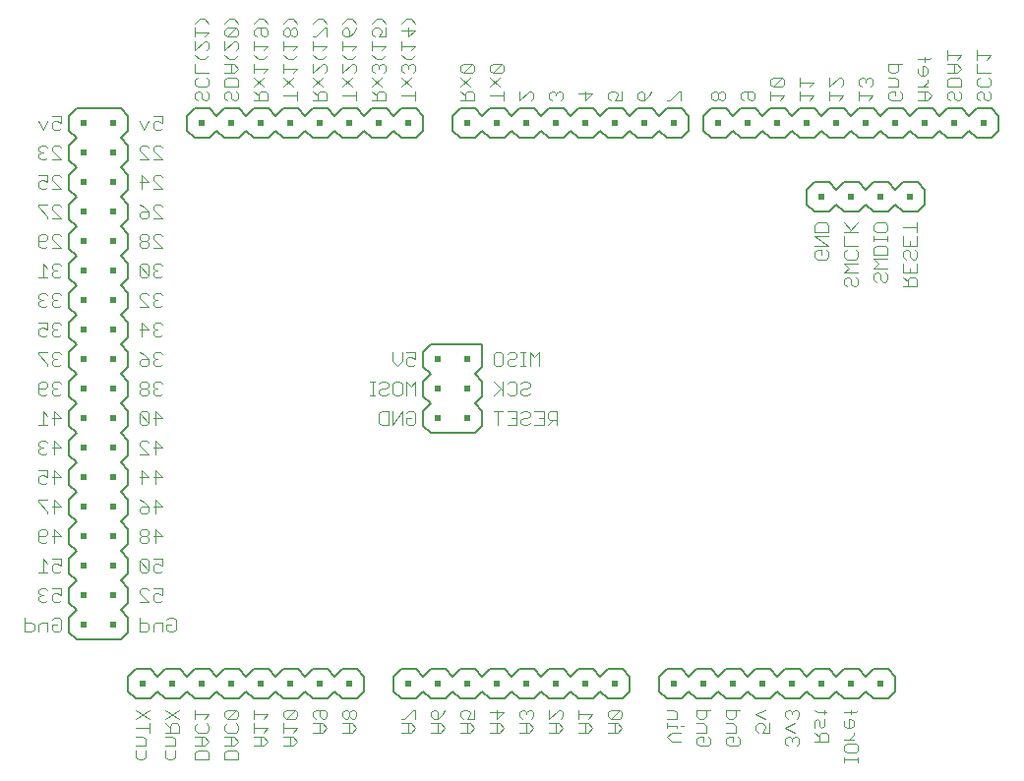
<source format=gbr>
G04 EAGLE Gerber RS-274X export*
G75*
%MOMM*%
%FSLAX34Y34*%
%LPD*%
%INSilkscreen Bottom*%
%IPPOS*%
%AMOC8*
5,1,8,0,0,1.08239X$1,22.5*%
G01*
%ADD10C,0.127000*%
%ADD11C,0.101600*%
%ADD12R,0.508000X0.508000*%
%ADD13C,0.076200*%


D10*
X1708150Y304800D02*
X1695450Y304800D01*
X1689100Y298450D01*
X1682750Y304800D01*
X1670050Y304800D01*
X1663700Y298450D01*
X1657350Y304800D01*
X1644650Y304800D01*
X1638300Y298450D01*
X1631950Y304800D01*
X1619250Y304800D01*
X1612900Y298450D01*
X1606550Y304800D01*
X1593850Y304800D01*
X1587500Y298450D01*
X1581150Y304800D01*
X1568450Y304800D01*
X1689100Y285750D02*
X1695450Y279400D01*
X1708150Y279400D01*
X1714500Y285750D01*
X1670050Y279400D02*
X1663700Y285750D01*
X1670050Y279400D02*
X1682750Y279400D01*
X1689100Y285750D01*
X1644650Y279400D02*
X1638300Y285750D01*
X1644650Y279400D02*
X1657350Y279400D01*
X1663700Y285750D01*
X1619250Y279400D02*
X1612900Y285750D01*
X1619250Y279400D02*
X1631950Y279400D01*
X1638300Y285750D01*
X1593850Y279400D02*
X1587500Y285750D01*
X1593850Y279400D02*
X1606550Y279400D01*
X1612900Y285750D01*
X1581150Y279400D02*
X1568450Y279400D01*
X1581150Y279400D02*
X1587500Y285750D01*
X1568450Y304800D02*
X1562100Y298450D01*
X1562100Y285750D01*
X1568450Y279400D01*
X1568450Y787400D02*
X1581150Y787400D01*
X1568450Y787400D02*
X1562100Y781050D01*
X1555750Y787400D01*
X1543050Y787400D01*
X1536700Y781050D01*
X1530350Y787400D01*
X1517650Y787400D01*
X1511300Y781050D01*
X1504950Y787400D01*
X1492250Y787400D01*
X1485900Y781050D01*
X1479550Y787400D01*
X1466850Y787400D01*
X1460500Y781050D01*
X1454150Y787400D01*
X1441450Y787400D01*
X1435100Y781050D01*
X1428750Y787400D01*
X1416050Y787400D01*
X1409700Y781050D01*
X1403350Y787400D01*
X1390650Y787400D01*
X1511300Y768350D02*
X1517650Y762000D01*
X1530350Y762000D01*
X1536700Y768350D01*
X1492250Y762000D02*
X1485900Y768350D01*
X1492250Y762000D02*
X1504950Y762000D01*
X1511300Y768350D01*
X1466850Y762000D02*
X1460500Y768350D01*
X1466850Y762000D02*
X1479550Y762000D01*
X1485900Y768350D01*
X1441450Y762000D02*
X1435100Y768350D01*
X1441450Y762000D02*
X1454150Y762000D01*
X1460500Y768350D01*
X1416050Y762000D02*
X1409700Y768350D01*
X1416050Y762000D02*
X1428750Y762000D01*
X1435100Y768350D01*
X1403350Y762000D02*
X1390650Y762000D01*
X1403350Y762000D02*
X1409700Y768350D01*
X1390650Y787400D02*
X1384300Y781050D01*
X1384300Y768350D01*
X1390650Y762000D01*
X1587500Y768350D02*
X1587500Y781050D01*
X1581150Y787400D01*
X1562100Y768350D02*
X1568450Y762000D01*
X1581150Y762000D01*
X1587500Y768350D01*
X1543050Y762000D02*
X1536700Y768350D01*
X1543050Y762000D02*
X1555750Y762000D01*
X1562100Y768350D01*
X1352550Y787400D02*
X1339850Y787400D01*
X1333500Y781050D01*
X1327150Y787400D01*
X1314450Y787400D01*
X1308100Y781050D01*
X1301750Y787400D01*
X1289050Y787400D01*
X1282700Y781050D01*
X1276350Y787400D01*
X1263650Y787400D01*
X1257300Y781050D01*
X1250950Y787400D01*
X1238250Y787400D01*
X1231900Y781050D01*
X1225550Y787400D01*
X1212850Y787400D01*
X1206500Y781050D01*
X1200150Y787400D01*
X1187450Y787400D01*
X1181100Y781050D01*
X1174750Y787400D01*
X1162050Y787400D01*
X1282700Y768350D02*
X1289050Y762000D01*
X1301750Y762000D01*
X1308100Y768350D01*
X1263650Y762000D02*
X1257300Y768350D01*
X1263650Y762000D02*
X1276350Y762000D01*
X1282700Y768350D01*
X1238250Y762000D02*
X1231900Y768350D01*
X1238250Y762000D02*
X1250950Y762000D01*
X1257300Y768350D01*
X1212850Y762000D02*
X1206500Y768350D01*
X1212850Y762000D02*
X1225550Y762000D01*
X1231900Y768350D01*
X1187450Y762000D02*
X1181100Y768350D01*
X1187450Y762000D02*
X1200150Y762000D01*
X1206500Y768350D01*
X1174750Y762000D02*
X1162050Y762000D01*
X1174750Y762000D02*
X1181100Y768350D01*
X1162050Y787400D02*
X1155700Y781050D01*
X1155700Y768350D01*
X1162050Y762000D01*
X1358900Y768350D02*
X1358900Y781050D01*
X1352550Y787400D01*
X1333500Y768350D02*
X1339850Y762000D01*
X1352550Y762000D01*
X1358900Y768350D01*
X1314450Y762000D02*
X1308100Y768350D01*
X1314450Y762000D02*
X1327150Y762000D01*
X1333500Y768350D01*
X1778000Y781050D02*
X1784350Y787400D01*
X1778000Y781050D02*
X1771650Y787400D01*
X1758950Y787400D01*
X1752600Y781050D01*
X1746250Y787400D01*
X1733550Y787400D01*
X1727200Y781050D01*
X1720850Y787400D01*
X1708150Y787400D01*
X1701800Y781050D01*
X1695450Y787400D01*
X1682750Y787400D01*
X1676400Y781050D01*
X1670050Y787400D01*
X1657350Y787400D01*
X1651000Y781050D01*
X1644650Y787400D01*
X1631950Y787400D01*
X1625600Y781050D01*
X1619250Y787400D01*
X1606550Y787400D01*
X1727200Y768350D02*
X1733550Y762000D01*
X1746250Y762000D01*
X1752600Y768350D01*
X1708150Y762000D02*
X1701800Y768350D01*
X1708150Y762000D02*
X1720850Y762000D01*
X1727200Y768350D01*
X1682750Y762000D02*
X1676400Y768350D01*
X1682750Y762000D02*
X1695450Y762000D01*
X1701800Y768350D01*
X1657350Y762000D02*
X1651000Y768350D01*
X1657350Y762000D02*
X1670050Y762000D01*
X1676400Y768350D01*
X1631950Y762000D02*
X1625600Y768350D01*
X1631950Y762000D02*
X1644650Y762000D01*
X1651000Y768350D01*
X1619250Y762000D02*
X1606550Y762000D01*
X1619250Y762000D02*
X1625600Y768350D01*
X1606550Y787400D02*
X1600200Y781050D01*
X1600200Y768350D01*
X1606550Y762000D01*
X1778000Y768350D02*
X1784350Y762000D01*
X1797050Y762000D01*
X1803400Y768350D01*
X1758950Y762000D02*
X1752600Y768350D01*
X1758950Y762000D02*
X1771650Y762000D01*
X1778000Y768350D01*
X1054100Y349250D02*
X1054100Y336550D01*
X1104900Y336550D02*
X1104900Y349250D01*
X1060450Y330200D02*
X1054100Y336550D01*
X1060450Y330200D02*
X1098550Y330200D01*
X1104900Y336550D01*
X1060450Y355600D02*
X1054100Y349250D01*
X1060450Y355600D02*
X1054100Y361950D01*
X1054100Y374650D01*
X1060450Y381000D01*
X1054100Y387350D01*
X1054100Y400050D01*
X1060450Y406400D01*
X1054100Y412750D01*
X1054100Y425450D01*
X1098550Y355600D02*
X1104900Y349250D01*
X1104900Y438150D02*
X1104900Y450850D01*
X1098550Y457200D01*
X1104900Y438150D02*
X1098550Y431800D01*
X1104900Y425450D01*
X1104900Y412750D01*
X1098550Y406400D01*
X1104900Y400050D01*
X1104900Y387350D01*
X1098550Y381000D01*
X1104900Y374650D01*
X1104900Y361950D01*
X1098550Y355600D01*
X1054100Y425450D02*
X1060450Y431800D01*
X1054100Y438150D01*
X1054100Y450850D01*
X1060450Y457200D01*
X1054100Y463550D02*
X1054100Y476250D01*
X1104900Y476250D02*
X1104900Y463550D01*
X1060450Y457200D02*
X1054100Y463550D01*
X1098550Y457200D02*
X1104900Y463550D01*
X1060450Y482600D02*
X1054100Y476250D01*
X1060450Y482600D02*
X1054100Y488950D01*
X1054100Y501650D01*
X1060450Y508000D01*
X1054100Y514350D01*
X1054100Y527050D01*
X1060450Y533400D01*
X1054100Y539750D01*
X1054100Y552450D01*
X1098550Y482600D02*
X1104900Y476250D01*
X1104900Y552450D02*
X1098550Y558800D01*
X1104900Y552450D02*
X1104900Y539750D01*
X1098550Y533400D01*
X1104900Y527050D01*
X1104900Y514350D01*
X1098550Y508000D01*
X1104900Y501650D01*
X1104900Y488950D01*
X1098550Y482600D01*
X1054100Y552450D02*
X1060450Y558800D01*
X1054100Y565150D01*
X1054100Y577850D01*
X1060450Y584200D01*
X1054100Y590550D01*
X1054100Y603250D01*
X1060450Y609600D01*
X1054100Y615950D01*
X1054100Y628650D01*
X1104900Y641350D02*
X1104900Y654050D01*
X1098550Y660400D01*
X1104900Y641350D02*
X1098550Y635000D01*
X1104900Y628650D01*
X1104900Y615950D01*
X1098550Y609600D01*
X1104900Y603250D01*
X1104900Y590550D01*
X1098550Y584200D01*
X1104900Y577850D01*
X1104900Y565150D01*
X1098550Y558800D01*
X1054100Y628650D02*
X1060450Y635000D01*
X1054100Y641350D01*
X1054100Y654050D01*
X1060450Y660400D01*
X1054100Y666750D02*
X1054100Y679450D01*
X1104900Y679450D02*
X1104900Y666750D01*
X1060450Y660400D02*
X1054100Y666750D01*
X1098550Y660400D02*
X1104900Y666750D01*
X1060450Y685800D02*
X1054100Y679450D01*
X1060450Y685800D02*
X1054100Y692150D01*
X1054100Y704850D01*
X1060450Y711200D01*
X1054100Y717550D01*
X1054100Y730250D01*
X1060450Y736600D01*
X1054100Y742950D01*
X1054100Y755650D01*
X1098550Y685800D02*
X1104900Y679450D01*
X1104900Y755650D02*
X1098550Y762000D01*
X1104900Y755650D02*
X1104900Y742950D01*
X1098550Y736600D01*
X1104900Y730250D01*
X1104900Y717550D01*
X1098550Y711200D01*
X1104900Y704850D01*
X1104900Y692150D01*
X1098550Y685800D01*
X1054100Y755650D02*
X1060450Y762000D01*
X1104900Y768350D02*
X1104900Y781050D01*
X1054100Y781050D02*
X1054100Y768350D01*
X1098550Y787400D02*
X1104900Y781050D01*
X1098550Y787400D02*
X1060450Y787400D01*
X1054100Y781050D01*
X1098550Y762000D02*
X1104900Y768350D01*
X1060450Y762000D02*
X1054100Y768350D01*
X1289050Y304800D02*
X1301750Y304800D01*
X1289050Y304800D02*
X1282700Y298450D01*
X1276350Y304800D01*
X1263650Y304800D01*
X1257300Y298450D01*
X1250950Y304800D01*
X1238250Y304800D01*
X1231900Y298450D01*
X1225550Y304800D01*
X1212850Y304800D01*
X1206500Y298450D01*
X1200150Y304800D01*
X1187450Y304800D01*
X1181100Y298450D01*
X1174750Y304800D01*
X1162050Y304800D01*
X1155700Y298450D01*
X1149350Y304800D01*
X1136650Y304800D01*
X1130300Y298450D01*
X1123950Y304800D01*
X1111250Y304800D01*
X1231900Y285750D02*
X1238250Y279400D01*
X1250950Y279400D01*
X1257300Y285750D01*
X1212850Y279400D02*
X1206500Y285750D01*
X1212850Y279400D02*
X1225550Y279400D01*
X1231900Y285750D01*
X1187450Y279400D02*
X1181100Y285750D01*
X1187450Y279400D02*
X1200150Y279400D01*
X1206500Y285750D01*
X1162050Y279400D02*
X1155700Y285750D01*
X1162050Y279400D02*
X1174750Y279400D01*
X1181100Y285750D01*
X1136650Y279400D02*
X1130300Y285750D01*
X1136650Y279400D02*
X1149350Y279400D01*
X1155700Y285750D01*
X1123950Y279400D02*
X1111250Y279400D01*
X1123950Y279400D02*
X1130300Y285750D01*
X1111250Y304800D02*
X1104900Y298450D01*
X1104900Y285750D01*
X1111250Y279400D01*
X1308100Y285750D02*
X1308100Y298450D01*
X1301750Y304800D01*
X1282700Y285750D02*
X1289050Y279400D01*
X1301750Y279400D01*
X1308100Y285750D01*
X1263650Y279400D02*
X1257300Y285750D01*
X1263650Y279400D02*
X1276350Y279400D01*
X1282700Y285750D01*
X1517650Y304800D02*
X1530350Y304800D01*
X1517650Y304800D02*
X1511300Y298450D01*
X1504950Y304800D01*
X1492250Y304800D01*
X1485900Y298450D01*
X1479550Y304800D01*
X1466850Y304800D01*
X1460500Y298450D01*
X1454150Y304800D01*
X1441450Y304800D01*
X1435100Y298450D01*
X1428750Y304800D01*
X1416050Y304800D01*
X1409700Y298450D01*
X1403350Y304800D01*
X1390650Y304800D01*
X1384300Y298450D01*
X1377950Y304800D01*
X1365250Y304800D01*
X1358900Y298450D01*
X1352550Y304800D01*
X1339850Y304800D01*
X1460500Y285750D02*
X1466850Y279400D01*
X1479550Y279400D01*
X1485900Y285750D01*
X1441450Y279400D02*
X1435100Y285750D01*
X1441450Y279400D02*
X1454150Y279400D01*
X1460500Y285750D01*
X1416050Y279400D02*
X1409700Y285750D01*
X1416050Y279400D02*
X1428750Y279400D01*
X1435100Y285750D01*
X1390650Y279400D02*
X1384300Y285750D01*
X1390650Y279400D02*
X1403350Y279400D01*
X1409700Y285750D01*
X1365250Y279400D02*
X1358900Y285750D01*
X1365250Y279400D02*
X1377950Y279400D01*
X1384300Y285750D01*
X1352550Y279400D02*
X1339850Y279400D01*
X1352550Y279400D02*
X1358900Y285750D01*
X1339850Y304800D02*
X1333500Y298450D01*
X1333500Y285750D01*
X1339850Y279400D01*
X1536700Y285750D02*
X1536700Y298450D01*
X1530350Y304800D01*
X1511300Y285750D02*
X1517650Y279400D01*
X1530350Y279400D01*
X1536700Y285750D01*
X1492250Y279400D02*
X1485900Y285750D01*
X1492250Y279400D02*
X1504950Y279400D01*
X1511300Y285750D01*
D11*
X1695958Y242374D02*
X1707652Y242374D01*
X1707652Y248221D01*
X1705703Y250170D01*
X1701805Y250170D01*
X1699856Y248221D01*
X1699856Y242374D01*
X1699856Y246272D02*
X1695958Y250170D01*
X1695958Y254068D02*
X1695958Y259915D01*
X1697907Y261864D01*
X1699856Y259915D01*
X1699856Y256017D01*
X1701805Y254068D01*
X1703754Y256017D01*
X1703754Y261864D01*
X1705703Y267711D02*
X1697907Y267711D01*
X1695958Y269660D01*
X1703754Y269660D02*
X1703754Y265762D01*
X1682252Y240425D02*
X1680303Y238476D01*
X1682252Y240425D02*
X1682252Y244323D01*
X1680303Y246272D01*
X1678354Y246272D01*
X1676405Y244323D01*
X1676405Y242374D01*
X1676405Y244323D02*
X1674456Y246272D01*
X1672507Y246272D01*
X1670558Y244323D01*
X1670558Y240425D01*
X1672507Y238476D01*
X1678354Y250170D02*
X1670558Y254068D01*
X1678354Y257966D01*
X1680303Y261864D02*
X1682252Y263813D01*
X1682252Y267711D01*
X1680303Y269660D01*
X1678354Y269660D01*
X1676405Y267711D01*
X1676405Y265762D01*
X1676405Y267711D02*
X1674456Y269660D01*
X1672507Y269660D01*
X1670558Y267711D01*
X1670558Y263813D01*
X1672507Y261864D01*
X1656852Y257966D02*
X1656852Y250170D01*
X1651005Y250170D01*
X1652954Y254068D01*
X1652954Y256017D01*
X1651005Y257966D01*
X1647107Y257966D01*
X1645158Y256017D01*
X1645158Y252119D01*
X1647107Y250170D01*
X1652954Y261864D02*
X1645158Y265762D01*
X1652954Y269660D01*
X1629503Y246272D02*
X1631452Y244323D01*
X1631452Y240425D01*
X1629503Y238476D01*
X1621707Y238476D01*
X1619758Y240425D01*
X1619758Y244323D01*
X1621707Y246272D01*
X1625605Y246272D01*
X1625605Y242374D01*
X1627554Y250170D02*
X1619758Y250170D01*
X1627554Y250170D02*
X1627554Y256017D01*
X1625605Y257966D01*
X1619758Y257966D01*
X1619758Y269660D02*
X1631452Y269660D01*
X1619758Y269660D02*
X1619758Y263813D01*
X1621707Y261864D01*
X1625605Y261864D01*
X1627554Y263813D01*
X1627554Y269660D01*
X1604103Y246272D02*
X1606052Y244323D01*
X1606052Y240425D01*
X1604103Y238476D01*
X1596307Y238476D01*
X1594358Y240425D01*
X1594358Y244323D01*
X1596307Y246272D01*
X1600205Y246272D01*
X1600205Y242374D01*
X1602154Y250170D02*
X1594358Y250170D01*
X1602154Y250170D02*
X1602154Y256017D01*
X1600205Y257966D01*
X1594358Y257966D01*
X1594358Y269660D02*
X1606052Y269660D01*
X1594358Y269660D02*
X1594358Y263813D01*
X1596307Y261864D01*
X1600205Y261864D01*
X1602154Y263813D01*
X1602154Y269660D01*
X1580652Y242374D02*
X1572856Y242374D01*
X1568958Y246272D01*
X1572856Y250170D01*
X1580652Y250170D01*
X1576754Y254068D02*
X1576754Y256017D01*
X1568958Y256017D01*
X1568958Y254068D02*
X1568958Y257966D01*
X1580652Y256017D02*
X1582601Y256017D01*
X1576754Y261864D02*
X1568958Y261864D01*
X1576754Y261864D02*
X1576754Y267711D01*
X1574805Y269660D01*
X1568958Y269660D01*
X1525954Y250170D02*
X1518158Y250170D01*
X1525954Y250170D02*
X1529852Y254068D01*
X1525954Y257966D01*
X1518158Y257966D01*
X1524005Y257966D02*
X1524005Y250170D01*
X1520107Y261864D02*
X1527903Y261864D01*
X1529852Y263813D01*
X1529852Y267711D01*
X1527903Y269660D01*
X1520107Y269660D01*
X1518158Y267711D01*
X1518158Y263813D01*
X1520107Y261864D01*
X1527903Y269660D01*
X1500554Y250170D02*
X1492758Y250170D01*
X1500554Y250170D02*
X1504452Y254068D01*
X1500554Y257966D01*
X1492758Y257966D01*
X1498605Y257966D02*
X1498605Y250170D01*
X1500554Y261864D02*
X1504452Y265762D01*
X1492758Y265762D01*
X1492758Y261864D02*
X1492758Y269660D01*
X1475154Y250170D02*
X1467358Y250170D01*
X1475154Y250170D02*
X1479052Y254068D01*
X1475154Y257966D01*
X1467358Y257966D01*
X1473205Y257966D02*
X1473205Y250170D01*
X1467358Y261864D02*
X1467358Y269660D01*
X1467358Y261864D02*
X1475154Y269660D01*
X1477103Y269660D01*
X1479052Y267711D01*
X1479052Y263813D01*
X1477103Y261864D01*
X1449754Y250170D02*
X1441958Y250170D01*
X1449754Y250170D02*
X1453652Y254068D01*
X1449754Y257966D01*
X1441958Y257966D01*
X1447805Y257966D02*
X1447805Y250170D01*
X1451703Y261864D02*
X1453652Y263813D01*
X1453652Y267711D01*
X1451703Y269660D01*
X1449754Y269660D01*
X1447805Y267711D01*
X1447805Y265762D01*
X1447805Y267711D02*
X1445856Y269660D01*
X1443907Y269660D01*
X1441958Y267711D01*
X1441958Y263813D01*
X1443907Y261864D01*
X1424354Y250170D02*
X1416558Y250170D01*
X1424354Y250170D02*
X1428252Y254068D01*
X1424354Y257966D01*
X1416558Y257966D01*
X1422405Y257966D02*
X1422405Y250170D01*
X1416558Y267711D02*
X1428252Y267711D01*
X1422405Y261864D01*
X1422405Y269660D01*
X1398954Y250170D02*
X1391158Y250170D01*
X1398954Y250170D02*
X1402852Y254068D01*
X1398954Y257966D01*
X1391158Y257966D01*
X1397005Y257966D02*
X1397005Y250170D01*
X1402852Y261864D02*
X1402852Y269660D01*
X1402852Y261864D02*
X1397005Y261864D01*
X1398954Y265762D01*
X1398954Y267711D01*
X1397005Y269660D01*
X1393107Y269660D01*
X1391158Y267711D01*
X1391158Y263813D01*
X1393107Y261864D01*
X1373554Y250170D02*
X1365758Y250170D01*
X1373554Y250170D02*
X1377452Y254068D01*
X1373554Y257966D01*
X1365758Y257966D01*
X1371605Y257966D02*
X1371605Y250170D01*
X1375503Y265762D02*
X1377452Y269660D01*
X1375503Y265762D02*
X1371605Y261864D01*
X1367707Y261864D01*
X1365758Y263813D01*
X1365758Y267711D01*
X1367707Y269660D01*
X1369656Y269660D01*
X1371605Y267711D01*
X1371605Y261864D01*
X1348154Y250170D02*
X1340358Y250170D01*
X1348154Y250170D02*
X1352052Y254068D01*
X1348154Y257966D01*
X1340358Y257966D01*
X1346205Y257966D02*
X1346205Y250170D01*
X1352052Y261864D02*
X1352052Y269660D01*
X1350103Y269660D01*
X1342307Y261864D01*
X1340358Y261864D01*
X1297354Y250170D02*
X1289558Y250170D01*
X1297354Y250170D02*
X1301252Y254068D01*
X1297354Y257966D01*
X1289558Y257966D01*
X1295405Y257966D02*
X1295405Y250170D01*
X1299303Y261864D02*
X1301252Y263813D01*
X1301252Y267711D01*
X1299303Y269660D01*
X1297354Y269660D01*
X1295405Y267711D01*
X1293456Y269660D01*
X1291507Y269660D01*
X1289558Y267711D01*
X1289558Y263813D01*
X1291507Y261864D01*
X1293456Y261864D01*
X1295405Y263813D01*
X1297354Y261864D01*
X1299303Y261864D01*
X1295405Y263813D02*
X1295405Y267711D01*
X1271954Y250170D02*
X1264158Y250170D01*
X1271954Y250170D02*
X1275852Y254068D01*
X1271954Y257966D01*
X1264158Y257966D01*
X1270005Y257966D02*
X1270005Y250170D01*
X1266107Y261864D02*
X1264158Y263813D01*
X1264158Y267711D01*
X1266107Y269660D01*
X1273903Y269660D01*
X1275852Y267711D01*
X1275852Y263813D01*
X1273903Y261864D01*
X1271954Y261864D01*
X1270005Y263813D01*
X1270005Y269660D01*
X1246554Y238476D02*
X1238758Y238476D01*
X1246554Y238476D02*
X1250452Y242374D01*
X1246554Y246272D01*
X1238758Y246272D01*
X1244605Y246272D02*
X1244605Y238476D01*
X1246554Y250170D02*
X1250452Y254068D01*
X1238758Y254068D01*
X1238758Y250170D02*
X1238758Y257966D01*
X1240707Y261864D02*
X1248503Y261864D01*
X1250452Y263813D01*
X1250452Y267711D01*
X1248503Y269660D01*
X1240707Y269660D01*
X1238758Y267711D01*
X1238758Y263813D01*
X1240707Y261864D01*
X1248503Y269660D01*
X1221154Y238476D02*
X1213358Y238476D01*
X1221154Y238476D02*
X1225052Y242374D01*
X1221154Y246272D01*
X1213358Y246272D01*
X1219205Y246272D02*
X1219205Y238476D01*
X1221154Y250170D02*
X1225052Y254068D01*
X1213358Y254068D01*
X1213358Y250170D02*
X1213358Y257966D01*
X1221154Y261864D02*
X1225052Y265762D01*
X1213358Y265762D01*
X1213358Y261864D02*
X1213358Y269660D01*
X1199652Y226782D02*
X1187958Y226782D01*
X1187958Y232629D01*
X1189907Y234578D01*
X1197703Y234578D01*
X1199652Y232629D01*
X1199652Y226782D01*
X1195754Y238476D02*
X1187958Y238476D01*
X1195754Y238476D02*
X1199652Y242374D01*
X1195754Y246272D01*
X1187958Y246272D01*
X1193805Y246272D02*
X1193805Y238476D01*
X1199652Y256017D02*
X1197703Y257966D01*
X1199652Y256017D02*
X1199652Y252119D01*
X1197703Y250170D01*
X1189907Y250170D01*
X1187958Y252119D01*
X1187958Y256017D01*
X1189907Y257966D01*
X1189907Y261864D02*
X1197703Y261864D01*
X1199652Y263813D01*
X1199652Y267711D01*
X1197703Y269660D01*
X1189907Y269660D01*
X1187958Y267711D01*
X1187958Y263813D01*
X1189907Y261864D01*
X1197703Y269660D01*
X1174252Y226782D02*
X1162558Y226782D01*
X1162558Y232629D01*
X1164507Y234578D01*
X1172303Y234578D01*
X1174252Y232629D01*
X1174252Y226782D01*
X1170354Y238476D02*
X1162558Y238476D01*
X1170354Y238476D02*
X1174252Y242374D01*
X1170354Y246272D01*
X1162558Y246272D01*
X1168405Y246272D02*
X1168405Y238476D01*
X1174252Y256017D02*
X1172303Y257966D01*
X1174252Y256017D02*
X1174252Y252119D01*
X1172303Y250170D01*
X1164507Y250170D01*
X1162558Y252119D01*
X1162558Y256017D01*
X1164507Y257966D01*
X1170354Y261864D02*
X1174252Y265762D01*
X1162558Y265762D01*
X1162558Y261864D02*
X1162558Y269660D01*
X1144954Y234578D02*
X1144954Y228731D01*
X1143005Y226782D01*
X1139107Y226782D01*
X1137158Y228731D01*
X1137158Y234578D01*
X1137158Y238476D02*
X1144954Y238476D01*
X1144954Y244323D01*
X1143005Y246272D01*
X1137158Y246272D01*
X1137158Y250170D02*
X1148852Y250170D01*
X1148852Y256017D01*
X1146903Y257966D01*
X1143005Y257966D01*
X1141056Y256017D01*
X1141056Y250170D01*
X1141056Y254068D02*
X1137158Y257966D01*
X1137158Y269660D02*
X1148852Y261864D01*
X1148852Y269660D02*
X1137158Y261864D01*
X1119554Y234578D02*
X1119554Y228731D01*
X1117605Y226782D01*
X1113707Y226782D01*
X1111758Y228731D01*
X1111758Y234578D01*
X1111758Y238476D02*
X1119554Y238476D01*
X1119554Y244323D01*
X1117605Y246272D01*
X1111758Y246272D01*
X1111758Y254068D02*
X1123452Y254068D01*
X1123452Y250170D02*
X1123452Y257966D01*
X1123452Y261864D02*
X1111758Y269660D01*
X1111758Y261864D02*
X1123452Y269660D01*
X1784858Y794258D02*
X1792654Y794258D01*
X1796552Y798156D01*
X1792654Y802054D01*
X1784858Y802054D01*
X1790705Y802054D02*
X1790705Y794258D01*
X1792654Y805952D02*
X1784858Y805952D01*
X1788756Y805952D02*
X1792654Y809850D01*
X1792654Y811799D01*
X1784858Y817646D02*
X1784858Y821544D01*
X1784858Y817646D02*
X1786807Y815697D01*
X1790705Y815697D01*
X1792654Y817646D01*
X1792654Y821544D01*
X1790705Y823493D01*
X1788756Y823493D01*
X1788756Y815697D01*
X1784858Y829340D02*
X1794603Y829340D01*
X1796552Y831289D01*
X1790705Y831289D02*
X1790705Y827391D01*
X1769203Y802054D02*
X1771152Y800105D01*
X1771152Y796207D01*
X1769203Y794258D01*
X1761407Y794258D01*
X1759458Y796207D01*
X1759458Y800105D01*
X1761407Y802054D01*
X1765305Y802054D01*
X1765305Y798156D01*
X1767254Y805952D02*
X1759458Y805952D01*
X1767254Y805952D02*
X1767254Y811799D01*
X1765305Y813748D01*
X1759458Y813748D01*
X1759458Y825442D02*
X1771152Y825442D01*
X1759458Y825442D02*
X1759458Y819595D01*
X1761407Y817646D01*
X1765305Y817646D01*
X1767254Y819595D01*
X1767254Y825442D01*
X1745752Y798156D02*
X1741854Y794258D01*
X1745752Y798156D02*
X1734058Y798156D01*
X1734058Y794258D02*
X1734058Y802054D01*
X1743803Y805952D02*
X1745752Y807901D01*
X1745752Y811799D01*
X1743803Y813748D01*
X1741854Y813748D01*
X1739905Y811799D01*
X1739905Y809850D01*
X1739905Y811799D02*
X1737956Y813748D01*
X1736007Y813748D01*
X1734058Y811799D01*
X1734058Y807901D01*
X1736007Y805952D01*
X1720352Y798156D02*
X1716454Y794258D01*
X1720352Y798156D02*
X1708658Y798156D01*
X1708658Y794258D02*
X1708658Y802054D01*
X1708658Y805952D02*
X1708658Y813748D01*
X1708658Y805952D02*
X1716454Y813748D01*
X1718403Y813748D01*
X1720352Y811799D01*
X1720352Y807901D01*
X1718403Y805952D01*
X1694952Y798156D02*
X1691054Y794258D01*
X1694952Y798156D02*
X1683258Y798156D01*
X1683258Y794258D02*
X1683258Y802054D01*
X1691054Y805952D02*
X1694952Y809850D01*
X1683258Y809850D01*
X1683258Y805952D02*
X1683258Y813748D01*
X1669552Y798156D02*
X1665654Y794258D01*
X1669552Y798156D02*
X1657858Y798156D01*
X1657858Y794258D02*
X1657858Y802054D01*
X1659807Y805952D02*
X1667603Y805952D01*
X1669552Y807901D01*
X1669552Y811799D01*
X1667603Y813748D01*
X1659807Y813748D01*
X1657858Y811799D01*
X1657858Y807901D01*
X1659807Y805952D01*
X1667603Y813748D01*
X1634407Y794258D02*
X1632458Y796207D01*
X1632458Y800105D01*
X1634407Y802054D01*
X1642203Y802054D01*
X1644152Y800105D01*
X1644152Y796207D01*
X1642203Y794258D01*
X1640254Y794258D01*
X1638305Y796207D01*
X1638305Y802054D01*
X1618752Y796207D02*
X1616803Y794258D01*
X1618752Y796207D02*
X1618752Y800105D01*
X1616803Y802054D01*
X1614854Y802054D01*
X1612905Y800105D01*
X1610956Y802054D01*
X1609007Y802054D01*
X1607058Y800105D01*
X1607058Y796207D01*
X1609007Y794258D01*
X1610956Y794258D01*
X1612905Y796207D01*
X1614854Y794258D01*
X1616803Y794258D01*
X1612905Y796207D02*
X1612905Y800105D01*
X1580652Y802054D02*
X1580652Y794258D01*
X1580652Y802054D02*
X1578703Y802054D01*
X1570907Y794258D01*
X1568958Y794258D01*
X1555252Y802054D02*
X1553303Y798156D01*
X1549405Y794258D01*
X1545507Y794258D01*
X1543558Y796207D01*
X1543558Y800105D01*
X1545507Y802054D01*
X1547456Y802054D01*
X1549405Y800105D01*
X1549405Y794258D01*
X1529852Y794258D02*
X1529852Y802054D01*
X1529852Y794258D02*
X1524005Y794258D01*
X1525954Y798156D01*
X1525954Y800105D01*
X1524005Y802054D01*
X1520107Y802054D01*
X1518158Y800105D01*
X1518158Y796207D01*
X1520107Y794258D01*
X1504452Y800105D02*
X1492758Y800105D01*
X1498605Y794258D02*
X1504452Y800105D01*
X1498605Y802054D02*
X1498605Y794258D01*
X1479052Y796207D02*
X1477103Y794258D01*
X1479052Y796207D02*
X1479052Y800105D01*
X1477103Y802054D01*
X1475154Y802054D01*
X1473205Y800105D01*
X1473205Y798156D01*
X1473205Y800105D02*
X1471256Y802054D01*
X1469307Y802054D01*
X1467358Y800105D01*
X1467358Y796207D01*
X1469307Y794258D01*
X1441958Y794258D02*
X1441958Y802054D01*
X1441958Y794258D02*
X1449754Y802054D01*
X1451703Y802054D01*
X1453652Y800105D01*
X1453652Y796207D01*
X1451703Y794258D01*
X1428252Y798156D02*
X1416558Y798156D01*
X1428252Y794258D02*
X1428252Y802054D01*
X1424354Y805952D02*
X1416558Y813748D01*
X1416558Y805952D02*
X1424354Y813748D01*
X1426303Y817646D02*
X1418507Y817646D01*
X1426303Y817646D02*
X1428252Y819595D01*
X1428252Y823493D01*
X1426303Y825442D01*
X1418507Y825442D01*
X1416558Y823493D01*
X1416558Y819595D01*
X1418507Y817646D01*
X1426303Y825442D01*
X1402852Y794258D02*
X1391158Y794258D01*
X1402852Y794258D02*
X1402852Y800105D01*
X1400903Y802054D01*
X1397005Y802054D01*
X1395056Y800105D01*
X1395056Y794258D01*
X1395056Y798156D02*
X1391158Y802054D01*
X1398954Y805952D02*
X1391158Y813748D01*
X1391158Y805952D02*
X1398954Y813748D01*
X1400903Y817646D02*
X1393107Y817646D01*
X1400903Y817646D02*
X1402852Y819595D01*
X1402852Y823493D01*
X1400903Y825442D01*
X1393107Y825442D01*
X1391158Y823493D01*
X1391158Y819595D01*
X1393107Y817646D01*
X1400903Y825442D01*
X1352052Y798156D02*
X1340358Y798156D01*
X1352052Y794258D02*
X1352052Y802054D01*
X1348154Y805952D02*
X1340358Y813748D01*
X1340358Y805952D02*
X1348154Y813748D01*
X1350103Y817646D02*
X1352052Y819595D01*
X1352052Y823493D01*
X1350103Y825442D01*
X1348154Y825442D01*
X1346205Y823493D01*
X1346205Y821544D01*
X1346205Y823493D02*
X1344256Y825442D01*
X1342307Y825442D01*
X1340358Y823493D01*
X1340358Y819595D01*
X1342307Y817646D01*
X1344256Y829340D02*
X1340358Y833238D01*
X1344256Y829340D02*
X1348154Y829340D01*
X1352052Y833238D01*
X1348154Y837136D02*
X1352052Y841034D01*
X1340358Y841034D01*
X1340358Y837136D02*
X1340358Y844932D01*
X1340358Y854677D02*
X1352052Y854677D01*
X1346205Y848830D01*
X1346205Y856626D01*
X1340358Y860524D02*
X1344256Y864422D01*
X1348154Y864422D01*
X1352052Y860524D01*
X1326652Y794258D02*
X1314958Y794258D01*
X1326652Y794258D02*
X1326652Y800105D01*
X1324703Y802054D01*
X1320805Y802054D01*
X1318856Y800105D01*
X1318856Y794258D01*
X1318856Y798156D02*
X1314958Y802054D01*
X1322754Y805952D02*
X1314958Y813748D01*
X1314958Y805952D02*
X1322754Y813748D01*
X1324703Y817646D02*
X1326652Y819595D01*
X1326652Y823493D01*
X1324703Y825442D01*
X1322754Y825442D01*
X1320805Y823493D01*
X1320805Y821544D01*
X1320805Y823493D02*
X1318856Y825442D01*
X1316907Y825442D01*
X1314958Y823493D01*
X1314958Y819595D01*
X1316907Y817646D01*
X1318856Y829340D02*
X1314958Y833238D01*
X1318856Y829340D02*
X1322754Y829340D01*
X1326652Y833238D01*
X1322754Y837136D02*
X1326652Y841034D01*
X1314958Y841034D01*
X1314958Y837136D02*
X1314958Y844932D01*
X1326652Y848830D02*
X1326652Y856626D01*
X1326652Y848830D02*
X1320805Y848830D01*
X1322754Y852728D01*
X1322754Y854677D01*
X1320805Y856626D01*
X1316907Y856626D01*
X1314958Y854677D01*
X1314958Y850779D01*
X1316907Y848830D01*
X1314958Y860524D02*
X1318856Y864422D01*
X1322754Y864422D01*
X1326652Y860524D01*
X1301252Y798156D02*
X1289558Y798156D01*
X1301252Y794258D02*
X1301252Y802054D01*
X1297354Y805952D02*
X1289558Y813748D01*
X1289558Y805952D02*
X1297354Y813748D01*
X1289558Y817646D02*
X1289558Y825442D01*
X1289558Y817646D02*
X1297354Y825442D01*
X1299303Y825442D01*
X1301252Y823493D01*
X1301252Y819595D01*
X1299303Y817646D01*
X1293456Y829340D02*
X1289558Y833238D01*
X1293456Y829340D02*
X1297354Y829340D01*
X1301252Y833238D01*
X1297354Y837136D02*
X1301252Y841034D01*
X1289558Y841034D01*
X1289558Y837136D02*
X1289558Y844932D01*
X1299303Y852728D02*
X1301252Y856626D01*
X1299303Y852728D02*
X1295405Y848830D01*
X1291507Y848830D01*
X1289558Y850779D01*
X1289558Y854677D01*
X1291507Y856626D01*
X1293456Y856626D01*
X1295405Y854677D01*
X1295405Y848830D01*
X1289558Y860524D02*
X1293456Y864422D01*
X1297354Y864422D01*
X1301252Y860524D01*
X1275852Y794258D02*
X1264158Y794258D01*
X1275852Y794258D02*
X1275852Y800105D01*
X1273903Y802054D01*
X1270005Y802054D01*
X1268056Y800105D01*
X1268056Y794258D01*
X1268056Y798156D02*
X1264158Y802054D01*
X1271954Y805952D02*
X1264158Y813748D01*
X1264158Y805952D02*
X1271954Y813748D01*
X1264158Y817646D02*
X1264158Y825442D01*
X1264158Y817646D02*
X1271954Y825442D01*
X1273903Y825442D01*
X1275852Y823493D01*
X1275852Y819595D01*
X1273903Y817646D01*
X1268056Y829340D02*
X1264158Y833238D01*
X1268056Y829340D02*
X1271954Y829340D01*
X1275852Y833238D01*
X1271954Y837136D02*
X1275852Y841034D01*
X1264158Y841034D01*
X1264158Y837136D02*
X1264158Y844932D01*
X1275852Y848830D02*
X1275852Y856626D01*
X1273903Y856626D01*
X1266107Y848830D01*
X1264158Y848830D01*
X1264158Y860524D02*
X1268056Y864422D01*
X1271954Y864422D01*
X1275852Y860524D01*
X1250452Y798156D02*
X1238758Y798156D01*
X1250452Y794258D02*
X1250452Y802054D01*
X1246554Y805952D02*
X1238758Y813748D01*
X1238758Y805952D02*
X1246554Y813748D01*
X1246554Y817646D02*
X1250452Y821544D01*
X1238758Y821544D01*
X1238758Y817646D02*
X1238758Y825442D01*
X1242656Y829340D02*
X1238758Y833238D01*
X1242656Y829340D02*
X1246554Y829340D01*
X1250452Y833238D01*
X1246554Y837136D02*
X1250452Y841034D01*
X1238758Y841034D01*
X1238758Y837136D02*
X1238758Y844932D01*
X1248503Y848830D02*
X1250452Y850779D01*
X1250452Y854677D01*
X1248503Y856626D01*
X1246554Y856626D01*
X1244605Y854677D01*
X1242656Y856626D01*
X1240707Y856626D01*
X1238758Y854677D01*
X1238758Y850779D01*
X1240707Y848830D01*
X1242656Y848830D01*
X1244605Y850779D01*
X1246554Y848830D01*
X1248503Y848830D01*
X1244605Y850779D02*
X1244605Y854677D01*
X1238758Y860524D02*
X1242656Y864422D01*
X1246554Y864422D01*
X1250452Y860524D01*
X1225052Y794258D02*
X1213358Y794258D01*
X1225052Y794258D02*
X1225052Y800105D01*
X1223103Y802054D01*
X1219205Y802054D01*
X1217256Y800105D01*
X1217256Y794258D01*
X1217256Y798156D02*
X1213358Y802054D01*
X1221154Y805952D02*
X1213358Y813748D01*
X1213358Y805952D02*
X1221154Y813748D01*
X1221154Y817646D02*
X1225052Y821544D01*
X1213358Y821544D01*
X1213358Y817646D02*
X1213358Y825442D01*
X1217256Y829340D02*
X1213358Y833238D01*
X1217256Y829340D02*
X1221154Y829340D01*
X1225052Y833238D01*
X1221154Y837136D02*
X1225052Y841034D01*
X1213358Y841034D01*
X1213358Y837136D02*
X1213358Y844932D01*
X1215307Y848830D02*
X1213358Y850779D01*
X1213358Y854677D01*
X1215307Y856626D01*
X1223103Y856626D01*
X1225052Y854677D01*
X1225052Y850779D01*
X1223103Y848830D01*
X1221154Y848830D01*
X1219205Y850779D01*
X1219205Y856626D01*
X1213358Y860524D02*
X1217256Y864422D01*
X1221154Y864422D01*
X1225052Y860524D01*
X1172303Y802054D02*
X1174252Y800105D01*
X1174252Y796207D01*
X1172303Y794258D01*
X1170354Y794258D01*
X1168405Y796207D01*
X1168405Y800105D01*
X1166456Y802054D01*
X1164507Y802054D01*
X1162558Y800105D01*
X1162558Y796207D01*
X1164507Y794258D01*
X1174252Y811799D02*
X1172303Y813748D01*
X1174252Y811799D02*
X1174252Y807901D01*
X1172303Y805952D01*
X1164507Y805952D01*
X1162558Y807901D01*
X1162558Y811799D01*
X1164507Y813748D01*
X1162558Y817646D02*
X1174252Y817646D01*
X1162558Y817646D02*
X1162558Y825442D01*
X1166456Y829340D02*
X1162558Y833238D01*
X1166456Y829340D02*
X1170354Y829340D01*
X1174252Y833238D01*
X1162558Y837136D02*
X1162558Y844932D01*
X1162558Y837136D02*
X1170354Y844932D01*
X1172303Y844932D01*
X1174252Y842983D01*
X1174252Y839085D01*
X1172303Y837136D01*
X1170354Y848830D02*
X1174252Y852728D01*
X1162558Y852728D01*
X1162558Y848830D02*
X1162558Y856626D01*
X1162558Y860524D02*
X1166456Y864422D01*
X1170354Y864422D01*
X1174252Y860524D01*
X1197703Y802054D02*
X1199652Y800105D01*
X1199652Y796207D01*
X1197703Y794258D01*
X1195754Y794258D01*
X1193805Y796207D01*
X1193805Y800105D01*
X1191856Y802054D01*
X1189907Y802054D01*
X1187958Y800105D01*
X1187958Y796207D01*
X1189907Y794258D01*
X1187958Y805952D02*
X1199652Y805952D01*
X1187958Y805952D02*
X1187958Y811799D01*
X1189907Y813748D01*
X1197703Y813748D01*
X1199652Y811799D01*
X1199652Y805952D01*
X1195754Y817646D02*
X1187958Y817646D01*
X1195754Y817646D02*
X1199652Y821544D01*
X1195754Y825442D01*
X1187958Y825442D01*
X1193805Y825442D02*
X1193805Y817646D01*
X1191856Y829340D02*
X1187958Y833238D01*
X1191856Y829340D02*
X1195754Y829340D01*
X1199652Y833238D01*
X1187958Y837136D02*
X1187958Y844932D01*
X1187958Y837136D02*
X1195754Y844932D01*
X1197703Y844932D01*
X1199652Y842983D01*
X1199652Y839085D01*
X1197703Y837136D01*
X1197703Y848830D02*
X1189907Y848830D01*
X1197703Y848830D02*
X1199652Y850779D01*
X1199652Y854677D01*
X1197703Y856626D01*
X1189907Y856626D01*
X1187958Y854677D01*
X1187958Y850779D01*
X1189907Y848830D01*
X1197703Y856626D01*
X1191856Y864422D02*
X1187958Y860524D01*
X1191856Y864422D02*
X1195754Y864422D01*
X1199652Y860524D01*
X1134130Y780552D02*
X1126334Y780552D01*
X1134130Y780552D02*
X1134130Y774705D01*
X1130232Y776654D01*
X1128283Y776654D01*
X1126334Y774705D01*
X1126334Y770807D01*
X1128283Y768858D01*
X1132181Y768858D01*
X1134130Y770807D01*
X1122436Y776654D02*
X1118538Y768858D01*
X1114640Y776654D01*
X1126334Y743458D02*
X1134130Y743458D01*
X1126334Y751254D01*
X1126334Y753203D01*
X1128283Y755152D01*
X1132181Y755152D01*
X1134130Y753203D01*
X1122436Y743458D02*
X1114640Y743458D01*
X1122436Y743458D02*
X1114640Y751254D01*
X1114640Y753203D01*
X1116589Y755152D01*
X1120487Y755152D01*
X1122436Y753203D01*
X1126334Y718058D02*
X1134130Y718058D01*
X1126334Y725854D01*
X1126334Y727803D01*
X1128283Y729752D01*
X1132181Y729752D01*
X1134130Y727803D01*
X1116589Y729752D02*
X1116589Y718058D01*
X1122436Y723905D02*
X1116589Y729752D01*
X1114640Y723905D02*
X1122436Y723905D01*
X1126334Y692658D02*
X1134130Y692658D01*
X1126334Y700454D01*
X1126334Y702403D01*
X1128283Y704352D01*
X1132181Y704352D01*
X1134130Y702403D01*
X1118538Y702403D02*
X1114640Y704352D01*
X1118538Y702403D02*
X1122436Y698505D01*
X1122436Y694607D01*
X1120487Y692658D01*
X1116589Y692658D01*
X1114640Y694607D01*
X1114640Y696556D01*
X1116589Y698505D01*
X1122436Y698505D01*
X1126334Y667258D02*
X1134130Y667258D01*
X1126334Y675054D01*
X1126334Y677003D01*
X1128283Y678952D01*
X1132181Y678952D01*
X1134130Y677003D01*
X1122436Y677003D02*
X1120487Y678952D01*
X1116589Y678952D01*
X1114640Y677003D01*
X1114640Y675054D01*
X1116589Y673105D01*
X1114640Y671156D01*
X1114640Y669207D01*
X1116589Y667258D01*
X1120487Y667258D01*
X1122436Y669207D01*
X1122436Y671156D01*
X1120487Y673105D01*
X1122436Y675054D01*
X1122436Y677003D01*
X1120487Y673105D02*
X1116589Y673105D01*
X1132181Y653552D02*
X1134130Y651603D01*
X1132181Y653552D02*
X1128283Y653552D01*
X1126334Y651603D01*
X1126334Y649654D01*
X1128283Y647705D01*
X1130232Y647705D01*
X1128283Y647705D02*
X1126334Y645756D01*
X1126334Y643807D01*
X1128283Y641858D01*
X1132181Y641858D01*
X1134130Y643807D01*
X1122436Y643807D02*
X1122436Y651603D01*
X1120487Y653552D01*
X1116589Y653552D01*
X1114640Y651603D01*
X1114640Y643807D01*
X1116589Y641858D01*
X1120487Y641858D01*
X1122436Y643807D01*
X1114640Y651603D01*
X1132181Y628152D02*
X1134130Y626203D01*
X1132181Y628152D02*
X1128283Y628152D01*
X1126334Y626203D01*
X1126334Y624254D01*
X1128283Y622305D01*
X1130232Y622305D01*
X1128283Y622305D02*
X1126334Y620356D01*
X1126334Y618407D01*
X1128283Y616458D01*
X1132181Y616458D01*
X1134130Y618407D01*
X1122436Y616458D02*
X1114640Y616458D01*
X1122436Y616458D02*
X1114640Y624254D01*
X1114640Y626203D01*
X1116589Y628152D01*
X1120487Y628152D01*
X1122436Y626203D01*
X1132181Y602752D02*
X1134130Y600803D01*
X1132181Y602752D02*
X1128283Y602752D01*
X1126334Y600803D01*
X1126334Y598854D01*
X1128283Y596905D01*
X1130232Y596905D01*
X1128283Y596905D02*
X1126334Y594956D01*
X1126334Y593007D01*
X1128283Y591058D01*
X1132181Y591058D01*
X1134130Y593007D01*
X1116589Y591058D02*
X1116589Y602752D01*
X1122436Y596905D01*
X1114640Y596905D01*
X1132181Y577352D02*
X1134130Y575403D01*
X1132181Y577352D02*
X1128283Y577352D01*
X1126334Y575403D01*
X1126334Y573454D01*
X1128283Y571505D01*
X1130232Y571505D01*
X1128283Y571505D02*
X1126334Y569556D01*
X1126334Y567607D01*
X1128283Y565658D01*
X1132181Y565658D01*
X1134130Y567607D01*
X1118538Y575403D02*
X1114640Y577352D01*
X1118538Y575403D02*
X1122436Y571505D01*
X1122436Y567607D01*
X1120487Y565658D01*
X1116589Y565658D01*
X1114640Y567607D01*
X1114640Y569556D01*
X1116589Y571505D01*
X1122436Y571505D01*
X1132181Y551952D02*
X1134130Y550003D01*
X1132181Y551952D02*
X1128283Y551952D01*
X1126334Y550003D01*
X1126334Y548054D01*
X1128283Y546105D01*
X1130232Y546105D01*
X1128283Y546105D02*
X1126334Y544156D01*
X1126334Y542207D01*
X1128283Y540258D01*
X1132181Y540258D01*
X1134130Y542207D01*
X1122436Y550003D02*
X1120487Y551952D01*
X1116589Y551952D01*
X1114640Y550003D01*
X1114640Y548054D01*
X1116589Y546105D01*
X1114640Y544156D01*
X1114640Y542207D01*
X1116589Y540258D01*
X1120487Y540258D01*
X1122436Y542207D01*
X1122436Y544156D01*
X1120487Y546105D01*
X1122436Y548054D01*
X1122436Y550003D01*
X1120487Y546105D02*
X1116589Y546105D01*
X1128283Y526552D02*
X1128283Y514858D01*
X1134130Y520705D02*
X1128283Y526552D01*
X1126334Y520705D02*
X1134130Y520705D01*
X1122436Y516807D02*
X1122436Y524603D01*
X1120487Y526552D01*
X1116589Y526552D01*
X1114640Y524603D01*
X1114640Y516807D01*
X1116589Y514858D01*
X1120487Y514858D01*
X1122436Y516807D01*
X1114640Y524603D01*
X1128283Y501152D02*
X1128283Y489458D01*
X1134130Y495305D02*
X1128283Y501152D01*
X1126334Y495305D02*
X1134130Y495305D01*
X1122436Y489458D02*
X1114640Y489458D01*
X1122436Y489458D02*
X1114640Y497254D01*
X1114640Y499203D01*
X1116589Y501152D01*
X1120487Y501152D01*
X1122436Y499203D01*
X1128283Y475752D02*
X1128283Y464058D01*
X1134130Y469905D02*
X1128283Y475752D01*
X1126334Y469905D02*
X1134130Y469905D01*
X1116589Y464058D02*
X1116589Y475752D01*
X1122436Y469905D01*
X1114640Y469905D01*
X1128283Y450352D02*
X1128283Y438658D01*
X1134130Y444505D02*
X1128283Y450352D01*
X1126334Y444505D02*
X1134130Y444505D01*
X1118538Y448403D02*
X1114640Y450352D01*
X1118538Y448403D02*
X1122436Y444505D01*
X1122436Y440607D01*
X1120487Y438658D01*
X1116589Y438658D01*
X1114640Y440607D01*
X1114640Y442556D01*
X1116589Y444505D01*
X1122436Y444505D01*
X1128283Y424952D02*
X1128283Y413258D01*
X1134130Y419105D02*
X1128283Y424952D01*
X1126334Y419105D02*
X1134130Y419105D01*
X1122436Y423003D02*
X1120487Y424952D01*
X1116589Y424952D01*
X1114640Y423003D01*
X1114640Y421054D01*
X1116589Y419105D01*
X1114640Y417156D01*
X1114640Y415207D01*
X1116589Y413258D01*
X1120487Y413258D01*
X1122436Y415207D01*
X1122436Y417156D01*
X1120487Y419105D01*
X1122436Y421054D01*
X1122436Y423003D01*
X1120487Y419105D02*
X1116589Y419105D01*
X1126334Y399552D02*
X1134130Y399552D01*
X1134130Y393705D01*
X1130232Y395654D01*
X1128283Y395654D01*
X1126334Y393705D01*
X1126334Y389807D01*
X1128283Y387858D01*
X1132181Y387858D01*
X1134130Y389807D01*
X1122436Y389807D02*
X1122436Y397603D01*
X1120487Y399552D01*
X1116589Y399552D01*
X1114640Y397603D01*
X1114640Y389807D01*
X1116589Y387858D01*
X1120487Y387858D01*
X1122436Y389807D01*
X1114640Y397603D01*
X1126334Y374152D02*
X1134130Y374152D01*
X1134130Y368305D01*
X1130232Y370254D01*
X1128283Y370254D01*
X1126334Y368305D01*
X1126334Y364407D01*
X1128283Y362458D01*
X1132181Y362458D01*
X1134130Y364407D01*
X1122436Y362458D02*
X1114640Y362458D01*
X1122436Y362458D02*
X1114640Y370254D01*
X1114640Y372203D01*
X1116589Y374152D01*
X1120487Y374152D01*
X1122436Y372203D01*
X1139977Y348752D02*
X1138028Y346803D01*
X1139977Y348752D02*
X1143875Y348752D01*
X1145824Y346803D01*
X1145824Y339007D01*
X1143875Y337058D01*
X1139977Y337058D01*
X1138028Y339007D01*
X1138028Y342905D01*
X1141926Y342905D01*
X1134130Y344854D02*
X1134130Y337058D01*
X1134130Y344854D02*
X1128283Y344854D01*
X1126334Y342905D01*
X1126334Y337058D01*
X1114640Y337058D02*
X1114640Y348752D01*
X1114640Y337058D02*
X1120487Y337058D01*
X1122436Y339007D01*
X1122436Y342905D01*
X1120487Y344854D01*
X1114640Y344854D01*
X1047242Y780552D02*
X1039446Y780552D01*
X1047242Y780552D02*
X1047242Y774705D01*
X1043344Y776654D01*
X1041395Y776654D01*
X1039446Y774705D01*
X1039446Y770807D01*
X1041395Y768858D01*
X1045293Y768858D01*
X1047242Y770807D01*
X1035548Y776654D02*
X1031650Y768858D01*
X1027752Y776654D01*
X1039446Y743458D02*
X1047242Y743458D01*
X1039446Y751254D01*
X1039446Y753203D01*
X1041395Y755152D01*
X1045293Y755152D01*
X1047242Y753203D01*
X1035548Y753203D02*
X1033599Y755152D01*
X1029701Y755152D01*
X1027752Y753203D01*
X1027752Y751254D01*
X1029701Y749305D01*
X1031650Y749305D01*
X1029701Y749305D02*
X1027752Y747356D01*
X1027752Y745407D01*
X1029701Y743458D01*
X1033599Y743458D01*
X1035548Y745407D01*
X1039446Y718058D02*
X1047242Y718058D01*
X1039446Y725854D01*
X1039446Y727803D01*
X1041395Y729752D01*
X1045293Y729752D01*
X1047242Y727803D01*
X1035548Y729752D02*
X1027752Y729752D01*
X1035548Y729752D02*
X1035548Y723905D01*
X1031650Y725854D01*
X1029701Y725854D01*
X1027752Y723905D01*
X1027752Y720007D01*
X1029701Y718058D01*
X1033599Y718058D01*
X1035548Y720007D01*
X1039446Y692658D02*
X1047242Y692658D01*
X1039446Y700454D01*
X1039446Y702403D01*
X1041395Y704352D01*
X1045293Y704352D01*
X1047242Y702403D01*
X1035548Y704352D02*
X1027752Y704352D01*
X1027752Y702403D01*
X1035548Y694607D01*
X1035548Y692658D01*
X1039446Y667258D02*
X1047242Y667258D01*
X1039446Y675054D01*
X1039446Y677003D01*
X1041395Y678952D01*
X1045293Y678952D01*
X1047242Y677003D01*
X1035548Y669207D02*
X1033599Y667258D01*
X1029701Y667258D01*
X1027752Y669207D01*
X1027752Y677003D01*
X1029701Y678952D01*
X1033599Y678952D01*
X1035548Y677003D01*
X1035548Y675054D01*
X1033599Y673105D01*
X1027752Y673105D01*
X1045293Y653552D02*
X1047242Y651603D01*
X1045293Y653552D02*
X1041395Y653552D01*
X1039446Y651603D01*
X1039446Y649654D01*
X1041395Y647705D01*
X1043344Y647705D01*
X1041395Y647705D02*
X1039446Y645756D01*
X1039446Y643807D01*
X1041395Y641858D01*
X1045293Y641858D01*
X1047242Y643807D01*
X1035548Y649654D02*
X1031650Y653552D01*
X1031650Y641858D01*
X1035548Y641858D02*
X1027752Y641858D01*
X1045293Y628152D02*
X1047242Y626203D01*
X1045293Y628152D02*
X1041395Y628152D01*
X1039446Y626203D01*
X1039446Y624254D01*
X1041395Y622305D01*
X1043344Y622305D01*
X1041395Y622305D02*
X1039446Y620356D01*
X1039446Y618407D01*
X1041395Y616458D01*
X1045293Y616458D01*
X1047242Y618407D01*
X1035548Y626203D02*
X1033599Y628152D01*
X1029701Y628152D01*
X1027752Y626203D01*
X1027752Y624254D01*
X1029701Y622305D01*
X1031650Y622305D01*
X1029701Y622305D02*
X1027752Y620356D01*
X1027752Y618407D01*
X1029701Y616458D01*
X1033599Y616458D01*
X1035548Y618407D01*
X1045293Y602752D02*
X1047242Y600803D01*
X1045293Y602752D02*
X1041395Y602752D01*
X1039446Y600803D01*
X1039446Y598854D01*
X1041395Y596905D01*
X1043344Y596905D01*
X1041395Y596905D02*
X1039446Y594956D01*
X1039446Y593007D01*
X1041395Y591058D01*
X1045293Y591058D01*
X1047242Y593007D01*
X1035548Y602752D02*
X1027752Y602752D01*
X1035548Y602752D02*
X1035548Y596905D01*
X1031650Y598854D01*
X1029701Y598854D01*
X1027752Y596905D01*
X1027752Y593007D01*
X1029701Y591058D01*
X1033599Y591058D01*
X1035548Y593007D01*
X1045293Y577352D02*
X1047242Y575403D01*
X1045293Y577352D02*
X1041395Y577352D01*
X1039446Y575403D01*
X1039446Y573454D01*
X1041395Y571505D01*
X1043344Y571505D01*
X1041395Y571505D02*
X1039446Y569556D01*
X1039446Y567607D01*
X1041395Y565658D01*
X1045293Y565658D01*
X1047242Y567607D01*
X1035548Y577352D02*
X1027752Y577352D01*
X1027752Y575403D01*
X1035548Y567607D01*
X1035548Y565658D01*
X1045293Y551952D02*
X1047242Y550003D01*
X1045293Y551952D02*
X1041395Y551952D01*
X1039446Y550003D01*
X1039446Y548054D01*
X1041395Y546105D01*
X1043344Y546105D01*
X1041395Y546105D02*
X1039446Y544156D01*
X1039446Y542207D01*
X1041395Y540258D01*
X1045293Y540258D01*
X1047242Y542207D01*
X1035548Y542207D02*
X1033599Y540258D01*
X1029701Y540258D01*
X1027752Y542207D01*
X1027752Y550003D01*
X1029701Y551952D01*
X1033599Y551952D01*
X1035548Y550003D01*
X1035548Y548054D01*
X1033599Y546105D01*
X1027752Y546105D01*
X1041395Y526552D02*
X1041395Y514858D01*
X1047242Y520705D02*
X1041395Y526552D01*
X1039446Y520705D02*
X1047242Y520705D01*
X1035548Y522654D02*
X1031650Y526552D01*
X1031650Y514858D01*
X1035548Y514858D02*
X1027752Y514858D01*
X1041395Y501152D02*
X1041395Y489458D01*
X1047242Y495305D02*
X1041395Y501152D01*
X1039446Y495305D02*
X1047242Y495305D01*
X1035548Y499203D02*
X1033599Y501152D01*
X1029701Y501152D01*
X1027752Y499203D01*
X1027752Y497254D01*
X1029701Y495305D01*
X1031650Y495305D01*
X1029701Y495305D02*
X1027752Y493356D01*
X1027752Y491407D01*
X1029701Y489458D01*
X1033599Y489458D01*
X1035548Y491407D01*
X1041395Y475752D02*
X1041395Y464058D01*
X1047242Y469905D02*
X1041395Y475752D01*
X1039446Y469905D02*
X1047242Y469905D01*
X1035548Y475752D02*
X1027752Y475752D01*
X1035548Y475752D02*
X1035548Y469905D01*
X1031650Y471854D01*
X1029701Y471854D01*
X1027752Y469905D01*
X1027752Y466007D01*
X1029701Y464058D01*
X1033599Y464058D01*
X1035548Y466007D01*
X1041395Y450352D02*
X1041395Y438658D01*
X1047242Y444505D02*
X1041395Y450352D01*
X1039446Y444505D02*
X1047242Y444505D01*
X1035548Y450352D02*
X1027752Y450352D01*
X1027752Y448403D01*
X1035548Y440607D01*
X1035548Y438658D01*
X1041395Y424952D02*
X1041395Y413258D01*
X1047242Y419105D02*
X1041395Y424952D01*
X1039446Y419105D02*
X1047242Y419105D01*
X1035548Y415207D02*
X1033599Y413258D01*
X1029701Y413258D01*
X1027752Y415207D01*
X1027752Y423003D01*
X1029701Y424952D01*
X1033599Y424952D01*
X1035548Y423003D01*
X1035548Y421054D01*
X1033599Y419105D01*
X1027752Y419105D01*
X1039446Y399552D02*
X1047242Y399552D01*
X1047242Y393705D01*
X1043344Y395654D01*
X1041395Y395654D01*
X1039446Y393705D01*
X1039446Y389807D01*
X1041395Y387858D01*
X1045293Y387858D01*
X1047242Y389807D01*
X1035548Y395654D02*
X1031650Y399552D01*
X1031650Y387858D01*
X1035548Y387858D02*
X1027752Y387858D01*
X1039446Y374152D02*
X1047242Y374152D01*
X1047242Y368305D01*
X1043344Y370254D01*
X1041395Y370254D01*
X1039446Y368305D01*
X1039446Y364407D01*
X1041395Y362458D01*
X1045293Y362458D01*
X1047242Y364407D01*
X1035548Y372203D02*
X1033599Y374152D01*
X1029701Y374152D01*
X1027752Y372203D01*
X1027752Y370254D01*
X1029701Y368305D01*
X1031650Y368305D01*
X1029701Y368305D02*
X1027752Y366356D01*
X1027752Y364407D01*
X1029701Y362458D01*
X1033599Y362458D01*
X1035548Y364407D01*
X1041395Y348752D02*
X1039446Y346803D01*
X1041395Y348752D02*
X1045293Y348752D01*
X1047242Y346803D01*
X1047242Y339007D01*
X1045293Y337058D01*
X1041395Y337058D01*
X1039446Y339007D01*
X1039446Y342905D01*
X1043344Y342905D01*
X1035548Y344854D02*
X1035548Y337058D01*
X1035548Y344854D02*
X1029701Y344854D01*
X1027752Y342905D01*
X1027752Y337058D01*
X1016058Y337058D02*
X1016058Y348752D01*
X1016058Y337058D02*
X1021905Y337058D01*
X1023854Y339007D01*
X1023854Y342905D01*
X1021905Y344854D01*
X1016058Y344854D01*
D12*
X1790700Y774700D03*
X1765300Y774700D03*
X1739900Y774700D03*
X1714500Y774700D03*
X1689100Y774700D03*
X1663700Y774700D03*
X1638300Y774700D03*
X1612900Y774700D03*
X1574800Y774700D03*
X1549400Y774700D03*
X1524000Y774700D03*
X1498600Y774700D03*
X1473200Y774700D03*
X1447800Y774700D03*
X1422400Y774700D03*
X1397000Y774700D03*
X1346200Y774700D03*
X1320800Y774700D03*
X1295400Y774700D03*
X1295400Y774700D03*
X1270000Y774700D03*
X1244600Y774700D03*
X1219200Y774700D03*
X1193800Y774700D03*
X1168400Y774700D03*
X1295400Y292100D03*
X1270000Y292100D03*
X1244600Y292100D03*
X1219200Y292100D03*
X1193800Y292100D03*
X1168400Y292100D03*
X1143000Y292100D03*
X1117600Y292100D03*
X1524000Y292100D03*
X1498600Y292100D03*
X1473200Y292100D03*
X1447800Y292100D03*
X1422400Y292100D03*
X1397000Y292100D03*
X1371600Y292100D03*
X1346200Y292100D03*
X1574800Y292100D03*
X1600200Y292100D03*
X1625600Y292100D03*
X1651000Y292100D03*
X1676400Y292100D03*
X1701800Y292100D03*
X1092200Y342900D03*
X1066800Y342900D03*
X1066800Y368300D03*
X1092200Y368300D03*
X1092200Y393700D03*
X1066800Y393700D03*
X1092200Y419100D03*
X1066800Y419100D03*
X1066800Y444500D03*
X1092200Y444500D03*
X1092200Y469900D03*
X1066800Y469900D03*
X1066800Y495300D03*
X1092200Y495300D03*
X1092200Y520700D03*
X1066800Y520700D03*
X1066800Y546100D03*
X1092200Y546100D03*
X1066800Y571500D03*
X1092200Y571500D03*
X1092200Y596900D03*
X1066800Y596900D03*
X1066800Y622300D03*
X1092200Y622300D03*
X1092200Y647700D03*
X1066800Y647700D03*
X1066800Y673100D03*
X1092200Y673100D03*
X1092200Y698500D03*
X1066800Y698500D03*
X1092200Y723900D03*
X1066800Y723900D03*
X1066800Y749300D03*
X1092200Y749300D03*
X1092200Y774700D03*
X1066800Y774700D03*
D13*
X1721231Y228689D02*
X1721231Y224706D01*
X1721231Y226697D02*
X1733179Y226697D01*
X1733179Y224706D02*
X1733179Y228689D01*
X1733179Y234493D02*
X1733179Y238476D01*
X1733179Y234493D02*
X1731188Y232502D01*
X1723222Y232502D01*
X1721231Y234493D01*
X1721231Y238476D01*
X1723222Y240467D01*
X1731188Y240467D01*
X1733179Y238476D01*
X1729196Y244196D02*
X1721231Y244196D01*
X1725214Y244196D02*
X1729196Y248179D01*
X1729196Y250170D01*
X1721231Y255932D02*
X1721231Y259915D01*
X1721231Y255932D02*
X1723222Y253941D01*
X1727205Y253941D01*
X1729196Y255932D01*
X1729196Y259915D01*
X1727205Y261906D01*
X1725214Y261906D01*
X1725214Y253941D01*
X1721231Y267626D02*
X1731188Y267626D01*
X1733179Y269618D01*
X1727205Y269618D02*
X1727205Y265635D01*
X1822079Y800105D02*
X1820088Y802096D01*
X1822079Y800105D02*
X1822079Y796122D01*
X1820088Y794131D01*
X1818096Y794131D01*
X1816105Y796122D01*
X1816105Y800105D01*
X1814114Y802096D01*
X1812122Y802096D01*
X1810131Y800105D01*
X1810131Y796122D01*
X1812122Y794131D01*
X1810131Y805825D02*
X1822079Y805825D01*
X1810131Y805825D02*
X1810131Y811799D01*
X1812122Y813790D01*
X1820088Y813790D01*
X1822079Y811799D01*
X1822079Y805825D01*
X1818096Y817519D02*
X1810131Y817519D01*
X1818096Y817519D02*
X1822079Y821502D01*
X1818096Y825484D01*
X1810131Y825484D01*
X1816105Y825484D02*
X1816105Y817519D01*
X1818096Y829213D02*
X1822079Y833196D01*
X1810131Y833196D01*
X1810131Y837178D02*
X1810131Y829213D01*
X1845488Y802096D02*
X1847479Y800105D01*
X1847479Y796122D01*
X1845488Y794131D01*
X1843496Y794131D01*
X1841505Y796122D01*
X1841505Y800105D01*
X1839514Y802096D01*
X1837522Y802096D01*
X1835531Y800105D01*
X1835531Y796122D01*
X1837522Y794131D01*
X1847479Y811799D02*
X1845488Y813790D01*
X1847479Y811799D02*
X1847479Y807816D01*
X1845488Y805825D01*
X1837522Y805825D01*
X1835531Y807816D01*
X1835531Y811799D01*
X1837522Y813790D01*
X1835531Y817519D02*
X1847479Y817519D01*
X1835531Y817519D02*
X1835531Y825484D01*
X1843496Y829213D02*
X1847479Y833196D01*
X1835531Y833196D01*
X1835531Y837178D02*
X1835531Y829213D01*
X1458547Y577479D02*
X1458547Y565531D01*
X1454564Y573496D02*
X1458547Y577479D01*
X1454564Y573496D02*
X1450582Y577479D01*
X1450582Y565531D01*
X1446853Y565531D02*
X1442870Y565531D01*
X1444862Y565531D02*
X1444862Y577479D01*
X1446853Y577479D02*
X1442870Y577479D01*
X1433083Y577479D02*
X1431092Y575488D01*
X1433083Y577479D02*
X1437066Y577479D01*
X1439057Y575488D01*
X1439057Y573496D01*
X1437066Y571505D01*
X1433083Y571505D01*
X1431092Y569514D01*
X1431092Y567522D01*
X1433083Y565531D01*
X1437066Y565531D01*
X1439057Y567522D01*
X1425372Y577479D02*
X1421389Y577479D01*
X1425372Y577479D02*
X1427363Y575488D01*
X1427363Y567522D01*
X1425372Y565531D01*
X1421389Y565531D01*
X1419398Y567522D01*
X1419398Y575488D01*
X1421389Y577479D01*
X1444777Y552079D02*
X1442786Y550088D01*
X1444777Y552079D02*
X1448760Y552079D01*
X1450751Y550088D01*
X1450751Y548096D01*
X1448760Y546105D01*
X1444777Y546105D01*
X1442786Y544114D01*
X1442786Y542122D01*
X1444777Y540131D01*
X1448760Y540131D01*
X1450751Y542122D01*
X1433083Y552079D02*
X1431092Y550088D01*
X1433083Y552079D02*
X1437066Y552079D01*
X1439057Y550088D01*
X1439057Y542122D01*
X1437066Y540131D01*
X1433083Y540131D01*
X1431092Y542122D01*
X1427363Y540131D02*
X1427363Y552079D01*
X1427363Y544114D02*
X1419398Y552079D01*
X1425372Y546105D02*
X1419398Y540131D01*
X1352169Y540131D02*
X1352169Y552079D01*
X1348186Y548096D01*
X1344204Y552079D01*
X1344204Y540131D01*
X1338484Y552079D02*
X1334501Y552079D01*
X1338484Y552079D02*
X1340475Y550088D01*
X1340475Y542122D01*
X1338484Y540131D01*
X1334501Y540131D01*
X1332510Y542122D01*
X1332510Y550088D01*
X1334501Y552079D01*
X1322807Y552079D02*
X1320816Y550088D01*
X1322807Y552079D02*
X1326790Y552079D01*
X1328781Y550088D01*
X1328781Y548096D01*
X1326790Y546105D01*
X1322807Y546105D01*
X1320816Y544114D01*
X1320816Y542122D01*
X1322807Y540131D01*
X1326790Y540131D01*
X1328781Y542122D01*
X1317087Y540131D02*
X1313104Y540131D01*
X1315096Y540131D02*
X1315096Y552079D01*
X1317087Y552079D02*
X1313104Y552079D01*
X1474139Y526679D02*
X1474139Y514731D01*
X1474139Y526679D02*
X1468165Y526679D01*
X1466174Y524688D01*
X1466174Y520705D01*
X1468165Y518714D01*
X1474139Y518714D01*
X1470156Y518714D02*
X1466174Y514731D01*
X1462445Y526679D02*
X1454480Y526679D01*
X1462445Y526679D02*
X1462445Y514731D01*
X1454480Y514731D01*
X1458462Y520705D02*
X1462445Y520705D01*
X1444777Y526679D02*
X1442786Y524688D01*
X1444777Y526679D02*
X1448760Y526679D01*
X1450751Y524688D01*
X1450751Y522696D01*
X1448760Y520705D01*
X1444777Y520705D01*
X1442786Y518714D01*
X1442786Y516722D01*
X1444777Y514731D01*
X1448760Y514731D01*
X1450751Y516722D01*
X1439057Y526679D02*
X1431092Y526679D01*
X1439057Y526679D02*
X1439057Y514731D01*
X1431092Y514731D01*
X1435074Y520705D02*
X1439057Y520705D01*
X1423380Y514731D02*
X1423380Y526679D01*
X1419398Y526679D02*
X1427363Y526679D01*
X1352169Y577479D02*
X1344204Y577479D01*
X1352169Y577479D02*
X1352169Y571505D01*
X1348186Y573496D01*
X1346195Y573496D01*
X1344204Y571505D01*
X1344204Y567522D01*
X1346195Y565531D01*
X1350178Y565531D01*
X1352169Y567522D01*
X1340475Y569514D02*
X1340475Y577479D01*
X1340475Y569514D02*
X1336492Y565531D01*
X1332510Y569514D01*
X1332510Y577479D01*
X1346195Y526679D02*
X1344204Y524688D01*
X1346195Y526679D02*
X1350178Y526679D01*
X1352169Y524688D01*
X1352169Y516722D01*
X1350178Y514731D01*
X1346195Y514731D01*
X1344204Y516722D01*
X1344204Y520705D01*
X1348186Y520705D01*
X1340475Y514731D02*
X1340475Y526679D01*
X1332510Y514731D01*
X1332510Y526679D01*
X1328781Y526679D02*
X1328781Y514731D01*
X1322807Y514731D01*
X1320816Y516722D01*
X1320816Y524688D01*
X1322807Y526679D01*
X1328781Y526679D01*
X1705788Y665415D02*
X1707779Y663423D01*
X1707779Y659440D01*
X1705788Y657449D01*
X1697822Y657449D01*
X1695831Y659440D01*
X1695831Y663423D01*
X1697822Y665415D01*
X1701805Y665415D01*
X1701805Y661432D01*
X1695831Y669143D02*
X1707779Y669143D01*
X1695831Y677108D01*
X1707779Y677108D01*
X1707779Y680837D02*
X1695831Y680837D01*
X1695831Y686811D01*
X1697822Y688802D01*
X1705788Y688802D01*
X1707779Y686811D01*
X1707779Y680837D01*
X1731188Y642027D02*
X1733179Y640035D01*
X1733179Y636052D01*
X1731188Y634061D01*
X1729196Y634061D01*
X1727205Y636052D01*
X1727205Y640035D01*
X1725214Y642027D01*
X1723222Y642027D01*
X1721231Y640035D01*
X1721231Y636052D01*
X1723222Y634061D01*
X1721231Y645755D02*
X1733179Y645755D01*
X1725214Y649738D02*
X1721231Y645755D01*
X1725214Y649738D02*
X1721231Y653720D01*
X1733179Y653720D01*
X1733179Y663423D02*
X1731188Y665414D01*
X1733179Y663423D02*
X1733179Y659440D01*
X1731188Y657449D01*
X1723222Y657449D01*
X1721231Y659440D01*
X1721231Y663423D01*
X1723222Y665414D01*
X1721231Y669143D02*
X1733179Y669143D01*
X1721231Y669143D02*
X1721231Y677108D01*
X1721231Y680837D02*
X1733179Y680837D01*
X1725214Y680837D02*
X1733179Y688802D01*
X1727205Y682828D02*
X1721231Y688802D01*
X1756588Y645925D02*
X1758579Y643933D01*
X1758579Y639950D01*
X1756588Y637959D01*
X1754596Y637959D01*
X1752605Y639950D01*
X1752605Y643933D01*
X1750614Y645925D01*
X1748622Y645925D01*
X1746631Y643933D01*
X1746631Y639950D01*
X1748622Y637959D01*
X1746631Y649653D02*
X1758579Y649653D01*
X1750614Y653636D02*
X1746631Y649653D01*
X1750614Y653636D02*
X1746631Y657618D01*
X1758579Y657618D01*
X1758579Y661347D02*
X1746631Y661347D01*
X1746631Y667321D01*
X1748622Y669312D01*
X1756588Y669312D01*
X1758579Y667321D01*
X1758579Y661347D01*
X1746631Y673041D02*
X1746631Y677024D01*
X1746631Y675032D02*
X1758579Y675032D01*
X1758579Y673041D02*
X1758579Y677024D01*
X1758579Y682828D02*
X1758579Y686811D01*
X1758579Y682828D02*
X1756588Y680837D01*
X1748622Y680837D01*
X1746631Y682828D01*
X1746631Y686811D01*
X1748622Y688802D01*
X1756588Y688802D01*
X1758579Y686811D01*
X1772031Y634061D02*
X1783979Y634061D01*
X1783979Y640035D01*
X1781988Y642027D01*
X1778005Y642027D01*
X1776014Y640035D01*
X1776014Y634061D01*
X1776014Y638044D02*
X1772031Y642027D01*
X1783979Y645755D02*
X1783979Y653720D01*
X1783979Y645755D02*
X1772031Y645755D01*
X1772031Y653720D01*
X1778005Y649738D02*
X1778005Y645755D01*
X1783979Y663423D02*
X1781988Y665414D01*
X1783979Y663423D02*
X1783979Y659440D01*
X1781988Y657449D01*
X1779996Y657449D01*
X1778005Y659440D01*
X1778005Y663423D01*
X1776014Y665414D01*
X1774022Y665414D01*
X1772031Y663423D01*
X1772031Y659440D01*
X1774022Y657449D01*
X1783979Y669143D02*
X1783979Y677108D01*
X1783979Y669143D02*
X1772031Y669143D01*
X1772031Y677108D01*
X1778005Y673126D02*
X1778005Y669143D01*
X1772031Y684820D02*
X1783979Y684820D01*
X1783979Y688802D02*
X1783979Y680837D01*
D10*
X1784350Y787400D02*
X1797050Y787400D01*
X1803400Y781050D01*
X1809750Y787400D01*
X1822450Y787400D01*
X1828800Y781050D01*
X1835150Y787400D01*
X1847850Y787400D01*
X1854200Y781050D01*
X1854200Y768350D01*
X1847850Y762000D01*
X1835150Y762000D01*
X1828800Y768350D01*
X1822450Y762000D01*
X1809750Y762000D01*
X1803400Y768350D01*
X1784350Y723900D02*
X1790700Y717550D01*
X1790700Y704850D01*
X1784350Y698500D01*
X1771650Y698500D01*
X1765300Y704850D01*
X1758950Y698500D01*
X1746250Y698500D01*
X1739900Y704850D01*
X1733550Y698500D01*
X1720850Y698500D01*
X1714500Y704850D01*
X1708150Y698500D01*
X1695450Y698500D01*
X1689100Y704850D01*
X1689100Y717550D01*
X1695450Y723900D01*
X1708150Y723900D01*
X1714500Y717550D01*
X1720850Y723900D01*
X1733550Y723900D01*
X1739900Y717550D01*
X1746250Y723900D01*
X1758950Y723900D01*
X1765300Y717550D01*
X1771650Y723900D01*
X1784350Y723900D01*
X1409700Y565150D02*
X1403350Y558800D01*
X1409700Y552450D01*
X1409700Y539750D01*
X1403350Y533400D01*
X1409700Y527050D01*
X1409700Y514350D01*
X1403350Y508000D01*
X1365250Y508000D01*
X1358900Y514350D01*
X1358900Y527050D01*
X1365250Y533400D01*
X1358900Y539750D01*
X1358900Y552450D01*
X1365250Y558800D01*
X1358900Y565150D01*
X1358900Y577850D01*
X1365250Y584200D01*
X1409700Y584200D01*
X1409700Y565150D01*
X1708150Y304800D02*
X1714500Y298450D01*
X1720850Y304800D01*
X1733550Y304800D01*
X1739900Y298450D01*
X1746250Y304800D01*
X1758950Y304800D01*
X1765300Y298450D01*
X1765300Y285750D01*
X1758950Y279400D01*
X1746250Y279400D01*
X1739900Y285750D01*
X1733550Y279400D01*
X1720850Y279400D01*
X1714500Y285750D01*
D12*
X1816100Y774700D03*
X1841500Y774700D03*
X1778000Y711200D03*
X1752600Y711200D03*
X1727200Y711200D03*
X1701800Y711200D03*
X1397000Y571500D03*
X1371600Y571500D03*
X1371600Y546100D03*
X1397000Y546100D03*
X1397000Y520700D03*
X1371600Y520700D03*
X1727200Y292100D03*
X1752600Y292100D03*
M02*

</source>
